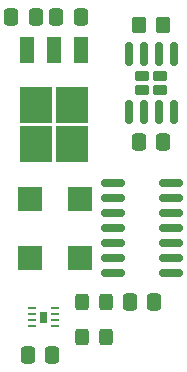
<source format=gbr>
%TF.GenerationSoftware,KiCad,Pcbnew,5.99.0-unknown-fc7f1d1d86~106~ubuntu20.04.1*%
%TF.CreationDate,2021-01-14T14:58:15+11:00*%
%TF.ProjectId,automotive-featherwing,6175746f-6d6f-4746-9976-652d66656174,rev?*%
%TF.SameCoordinates,Original*%
%TF.FileFunction,Paste,Top*%
%TF.FilePolarity,Positive*%
%FSLAX46Y46*%
G04 Gerber Fmt 4.6, Leading zero omitted, Abs format (unit mm)*
G04 Created by KiCad (PCBNEW 5.99.0-unknown-fc7f1d1d86~106~ubuntu20.04.1) date 2021-01-14 14:58:15*
%MOMM*%
%LPD*%
G01*
G04 APERTURE LIST*
G04 Aperture macros list*
%AMRoundRect*
0 Rectangle with rounded corners*
0 $1 Rounding radius*
0 $2 $3 $4 $5 $6 $7 $8 $9 X,Y pos of 4 corners*
0 Add a 4 corners polygon primitive as box body*
4,1,4,$2,$3,$4,$5,$6,$7,$8,$9,$2,$3,0*
0 Add four circle primitives for the rounded corners*
1,1,$1+$1,$2,$3,0*
1,1,$1+$1,$4,$5,0*
1,1,$1+$1,$6,$7,0*
1,1,$1+$1,$8,$9,0*
0 Add four rect primitives between the rounded corners*
20,1,$1+$1,$2,$3,$4,$5,0*
20,1,$1+$1,$4,$5,$6,$7,0*
20,1,$1+$1,$6,$7,$8,$9,0*
20,1,$1+$1,$8,$9,$2,$3,0*%
G04 Aperture macros list end*
%ADD10C,0.010000*%
%ADD11R,2.750000X3.050000*%
%ADD12R,1.200000X2.200000*%
%ADD13RoundRect,0.250000X-0.337500X-0.475000X0.337500X-0.475000X0.337500X0.475000X-0.337500X0.475000X0*%
%ADD14RoundRect,0.250000X0.337500X0.475000X-0.337500X0.475000X-0.337500X-0.475000X0.337500X-0.475000X0*%
%ADD15RoundRect,0.250000X-0.350000X-0.450000X0.350000X-0.450000X0.350000X0.450000X-0.350000X0.450000X0*%
%ADD16RoundRect,0.250000X-0.325000X-0.450000X0.325000X-0.450000X0.325000X0.450000X-0.325000X0.450000X0*%
%ADD17R,2.000000X2.000000*%
%ADD18RoundRect,0.150000X-0.825000X-0.150000X0.825000X-0.150000X0.825000X0.150000X-0.825000X0.150000X0*%
%ADD19RoundRect,0.230000X0.375000X-0.230000X0.375000X0.230000X-0.375000X0.230000X-0.375000X-0.230000X0*%
%ADD20RoundRect,0.150000X0.150000X-0.825000X0.150000X0.825000X-0.150000X0.825000X-0.150000X-0.825000X0*%
%ADD21R,0.760000X0.270000*%
G04 APERTURE END LIST*
D10*
%TO.C,U1*%
X137896000Y-111985000D02*
X138456000Y-111985000D01*
X138456000Y-111985000D02*
X138456000Y-112805000D01*
X138456000Y-112805000D02*
X137896000Y-112805000D01*
X137896000Y-112805000D02*
X137896000Y-111985000D01*
G36*
X138456000Y-112805000D02*
G01*
X137896000Y-112805000D01*
X137896000Y-111985000D01*
X138456000Y-111985000D01*
X138456000Y-112805000D01*
G37*
X138456000Y-112805000D02*
X137896000Y-112805000D01*
X137896000Y-111985000D01*
X138456000Y-111985000D01*
X138456000Y-112805000D01*
%TD*%
D11*
%TO.C,IC1*%
X137540000Y-97755000D03*
X140590000Y-94405000D03*
X137540000Y-94405000D03*
X140590000Y-97755000D03*
D12*
X141345000Y-89780000D03*
X139065000Y-89780000D03*
X136785000Y-89780000D03*
%TD*%
D13*
%TO.C,C3*%
X135487500Y-86995000D03*
X137562500Y-86995000D03*
%TD*%
D14*
%TO.C,C5*%
X148357500Y-97536000D03*
X146282500Y-97536000D03*
%TD*%
D15*
%TO.C,R1*%
X146320000Y-87630000D03*
X148320000Y-87630000D03*
%TD*%
D14*
%TO.C,C2*%
X141372500Y-86995000D03*
X139297500Y-86995000D03*
%TD*%
%TO.C,C1*%
X138959500Y-115570000D03*
X136884500Y-115570000D03*
%TD*%
D13*
%TO.C,C4*%
X145520500Y-111125000D03*
X147595500Y-111125000D03*
%TD*%
D16*
%TO.C,R2*%
X141469000Y-114046000D03*
X143519000Y-114046000D03*
%TD*%
D17*
%TO.C,X2*%
X137092000Y-102402000D03*
X137092000Y-107402000D03*
X141292000Y-107402000D03*
X141292000Y-102402000D03*
%TD*%
D16*
%TO.C,R3*%
X141469000Y-111125000D03*
X143519000Y-111125000D03*
%TD*%
D18*
%TO.C,U2*%
X144083000Y-101027000D03*
X144083000Y-102297000D03*
X144083000Y-103567000D03*
X144083000Y-104837000D03*
X144083000Y-106107000D03*
X144083000Y-107377000D03*
X144083000Y-108647000D03*
X149033000Y-108647000D03*
X149033000Y-107377000D03*
X149033000Y-106107000D03*
X149033000Y-104837000D03*
X149033000Y-103567000D03*
X149033000Y-102297000D03*
X149033000Y-101027000D03*
%TD*%
D19*
%TO.C,IC2*%
X148070000Y-92013000D03*
X146570000Y-93153000D03*
X148070000Y-93153000D03*
X146570000Y-92013000D03*
D20*
X145415000Y-95058000D03*
X146685000Y-95058000D03*
X147955000Y-95058000D03*
X149225000Y-95058000D03*
X149225000Y-90108000D03*
X147955000Y-90108000D03*
X146685000Y-90108000D03*
X145415000Y-90108000D03*
%TD*%
D21*
%TO.C,U1*%
X137191000Y-111645000D03*
X137191000Y-112145000D03*
X137191000Y-112645000D03*
X137191000Y-113145000D03*
X139161000Y-113145000D03*
X139161000Y-112645000D03*
X139161000Y-112145000D03*
X139161000Y-111645000D03*
%TD*%
M02*

</source>
